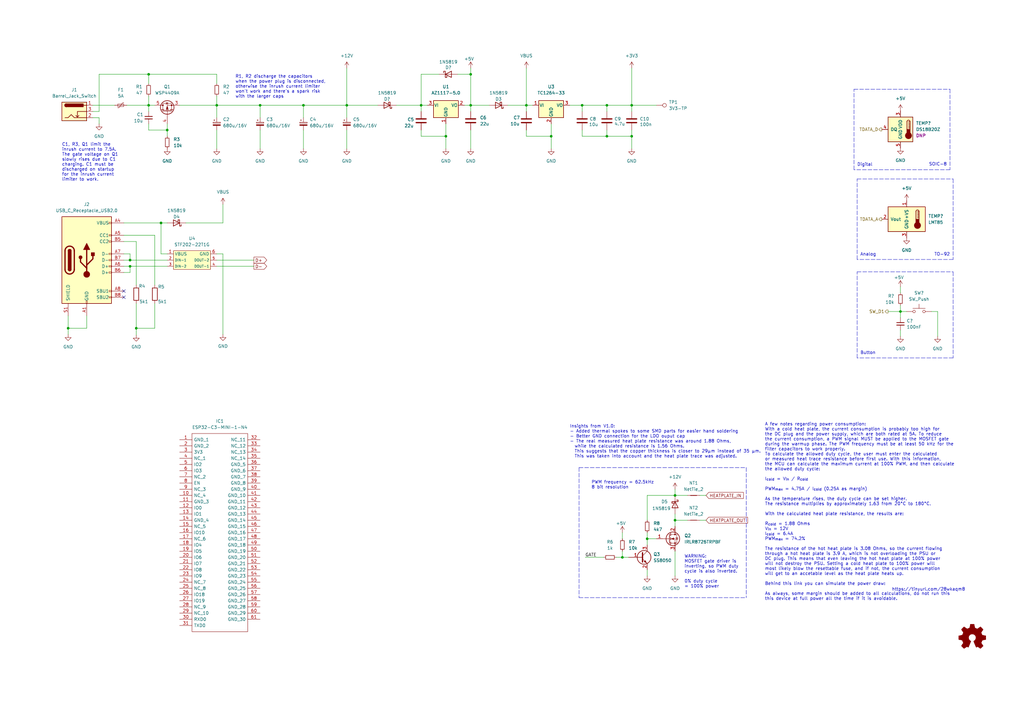
<source format=kicad_sch>
(kicad_sch (version 20211123) (generator eeschema)
  (paper "A3")
  (title_block (title "reflow solder plate") (date "2022-03-18") (rev "1.1"))
  (lib_symbols
    (symbol "Connector:Barrel_Jack_Switch" (pin_names hide)
      (property "Reference" "J" (at 0 5.334 0))
      (property "Value" "Barrel_Jack_Switch" (at 0 -5.08 0))
      (symbol "Barrel_Jack_Switch_1_1"
        (pin passive line (at 7.62 2.54 180) (length 2.54) (name "~") (number "1"))
        (pin passive line (at 7.62 -2.54 180) (length 2.54) (name "~") (number "2"))
        (pin passive line (at 7.62 0 180) (length 2.54) (name "~") (number "3"))
      )
    )
    (symbol "Connector:TestPoint" (pin_numbers hide) (pin_names (offset 0.762) hide)
      (property "Reference" "TP" (at 0 6.858 0))
      (property "Value" "TestPoint" (at 0 5.08 0))
      (symbol "TestPoint_1_1"
        (pin passive line (at 0 0 90) (length 2.54) (name "1") (number "1"))
      )
    )
    (symbol "Connector:USB_C_Receptacle_USB2.0" (pin_names (offset 1.016))
      (property "Reference" "J" (at -10.16 19.05 0))
      (property "Value" "USB_C_Receptacle_USB2.0" (at 19.05 19.05 0))
      (symbol "USB_C_Receptacle_USB2.0_1_1"
        (pin passive line (at 0 -22.86 90) (length 5.08) (name "GND") (number "A1"))
        (pin passive line (at 0 -22.86 90) (length 5.08) hide (name "GND") (number "A12"))
        (pin passive line (at 15.24 15.24 180) (length 5.08) (name "VBUS") (number "A4"))
        (pin bidirectional line (at 15.24 10.16 180) (length 5.08) (name "CC1") (number "A5"))
        (pin bidirectional line (at 15.24 -2.54 180) (length 5.08) (name "D+") (number "A6"))
        (pin bidirectional line (at 15.24 2.54 180) (length 5.08) (name "D-") (number "A7"))
        (pin bidirectional line (at 15.24 -12.7 180) (length 5.08) (name "SBU1") (number "A8"))
        (pin passive line (at 15.24 15.24 180) (length 5.08) hide (name "VBUS") (number "A9"))
        (pin passive line (at 0 -22.86 90) (length 5.08) hide (name "GND") (number "B1"))
        (pin passive line (at 0 -22.86 90) (length 5.08) hide (name "GND") (number "B12"))
        (pin passive line (at 15.24 15.24 180) (length 5.08) hide (name "VBUS") (number "B4"))
        (pin bidirectional line (at 15.24 7.62 180) (length 5.08) (name "CC2") (number "B5"))
        (pin bidirectional line (at 15.24 -5.08 180) (length 5.08) (name "D+") (number "B6"))
        (pin bidirectional line (at 15.24 0 180) (length 5.08) (name "D-") (number "B7"))
        (pin bidirectional line (at 15.24 -15.24 180) (length 5.08) (name "SBU2") (number "B8"))
        (pin passive line (at 15.24 15.24 180) (length 5.08) hide (name "VBUS") (number "B9"))
        (pin passive line (at -7.62 -22.86 90) (length 5.08) (name "SHIELD") (number "S1"))
      )
    )
    (symbol "Device:C" (pin_numbers hide) (pin_names (offset 0.254))
      (property "Reference" "C" (at 0.635 2.54 0))
      (property "Value" "C" (at 0.635 -2.54 0))
      (symbol "C_1_1"
        (pin passive line (at 0 3.81 270) (length 2.794) (name "~") (number "1"))
        (pin passive line (at 0 -3.81 90) (length 2.794) (name "~") (number "2"))
      )
    )
    (symbol "Device:C_Polarized_Small" (pin_numbers hide) (pin_names (offset 0.254) hide)
      (property "Reference" "C" (at 0.254 1.778 0))
      (property "Value" "C_Polarized_Small" (at 0.254 -2.032 0))
      (symbol "C_Polarized_Small_1_1"
        (pin passive line (at 0 2.54 270) (length 1.8542) (name "~") (number "1"))
        (pin passive line (at 0 -2.54 90) (length 1.8542) (name "~") (number "2"))
      )
    )
    (symbol "Device:C_Small" (pin_numbers hide) (pin_names (offset 0.254) hide)
      (property "Reference" "C" (at 0.254 1.778 0))
      (property "Value" "C_Small" (at 0.254 -2.032 0))
      (symbol "C_Small_1_1"
        (pin passive line (at 0 2.54 270) (length 2.032) (name "~") (number "1"))
        (pin passive line (at 0 -2.54 90) (length 2.032) (name "~") (number "2"))
      )
    )
    (symbol "Device:NetTie_2" (pin_numbers hide) (pin_names (offset 0) hide)
      (property "Reference" "NT" (at 0 1.27 0))
      (property "Value" "NetTie_2" (at 0 -1.27 0))
      (symbol "NetTie_2_1_1"
        (pin passive line (at -2.54 0 0) (length 2.54) (name "1") (number "1"))
        (pin passive line (at 2.54 0 180) (length 2.54) (name "2") (number "2"))
      )
    )
    (symbol "Device:Polyfuse_Small" (pin_numbers hide) (pin_names (offset 0))
      (property "Reference" "F" (at -1.905 0 90))
      (property "Value" "Polyfuse_Small" (at 1.905 0 90))
      (symbol "Polyfuse_Small_1_1"
        (pin passive line (at 0 2.54 270) (length 0.635) (name "~") (number "1"))
        (pin passive line (at 0 -2.54 90) (length 0.635) (name "~") (number "2"))
      )
    )
    (symbol "Device:Q_NMOS_GDS" (pin_names (offset 0) hide)
      (property "Reference" "Q" (at 5.08 1.27 0))
      (property "Value" "Q_NMOS_GDS" (at 5.08 -1.27 0))
      (symbol "Q_NMOS_GDS_1_1"
        (pin input line (at -5.08 0 0) (length 2.54) (name "G") (number "1"))
        (pin passive line (at 2.54 5.08 270) (length 2.54) (name "D") (number "2"))
        (pin passive line (at 2.54 -5.08 90) (length 2.54) (name "S") (number "3"))
      )
    )
    (symbol "Device:Q_NPN_BEC" (pin_names (offset 0) hide)
      (property "Reference" "Q" (at 5.08 1.27 0))
      (property "Value" "Q_NPN_BEC" (at 5.08 -1.27 0))
      (symbol "Q_NPN_BEC_1_1"
        (pin input line (at -5.08 0 0) (length 5.715) (name "B") (number "1"))
        (pin passive line (at 2.54 -5.08 90) (length 2.54) (name "E") (number "2"))
        (pin passive line (at 2.54 5.08 270) (length 2.54) (name "C") (number "3"))
      )
    )
    (symbol "Device:R" (pin_numbers hide) (pin_names (offset 0))
      (property "Reference" "R" (at 2.032 0 90))
      (property "Value" "R" (at 0 0 90))
      (symbol "R_1_1"
        (pin passive line (at 0 3.81 270) (length 1.27) (name "~") (number "1"))
        (pin passive line (at 0 -3.81 90) (length 1.27) (name "~") (number "2"))
      )
    )
    (symbol "Device:R_Small" (pin_numbers hide) (pin_names (offset 0.254) hide)
      (property "Reference" "R" (at 0.762 0.508 0))
      (property "Value" "R_Small" (at 0.762 -1.016 0))
      (symbol "R_Small_1_1"
        (pin passive line (at 0 2.54 270) (length 0.762) (name "~") (number "1"))
        (pin passive line (at 0 -2.54 90) (length 0.762) (name "~") (number "2"))
      )
    )
    (symbol "Diode:1N5819" (pin_numbers hide) (pin_names (offset 1.016) hide)
      (property "Reference" "D3" (at 0.3175 6.35 0))
      (property "Value" "1N5819" (at 0.3175 3.81 0))
      (symbol "1N5819_1_1"
        (pin passive line (at -3.81 0 0) (length 2.54) (name "K") (number "1"))
        (pin passive line (at 3.81 0 180) (length 2.54) (name "A") (number "2"))
      )
    )
    (symbol "ESP32-C3-MINI-1-N4:ESP32-C3-MINI-1-N4" (pin_names (offset 0.762))
      (property "Reference" "IC" (at 29.21 7.62 0))
      (property "Value" "ESP32-C3-MINI-1-N4" (at 29.21 5.08 0))
      (symbol "ESP32-C3-MINI-1-N4_0_0"
        (pin passive line (at 0 0 0) (length 5.08) (name "GND_1") (number "1"))
        (pin passive line (at 0 -22.86 0) (length 5.08) (name "NC_4") (number "10"))
        (pin passive line (at 0 -25.4 0) (length 5.08) (name "GND_3") (number "11"))
        (pin passive line (at 0 -27.94 0) (length 5.08) (name "IO0") (number "12"))
        (pin passive line (at 0 -30.48 0) (length 5.08) (name "IO1") (number "13"))
        (pin passive line (at 0 -33.02 0) (length 5.08) (name "GND_4") (number "14"))
        (pin passive line (at 0 -35.56 0) (length 5.08) (name "NC_5") (number "15"))
        (pin passive line (at 0 -38.1 0) (length 5.08) (name "IO10") (number "16"))
        (pin passive line (at 0 -40.64 0) (length 5.08) (name "NC_6") (number "17"))
        (pin passive line (at 0 -43.18 0) (length 5.08) (name "IO4") (number "18"))
        (pin passive line (at 0 -45.72 0) (length 5.08) (name "IO5") (number "19"))
        (pin passive line (at 0 -2.54 0) (length 5.08) (name "GND_2") (number "2"))
        (pin passive line (at 0 -48.26 0) (length 5.08) (name "IO6") (number "20"))
        (pin passive line (at 0 -50.8 0) (length 5.08) (name "IO7") (number "21"))
        (pin passive line (at 0 -53.34 0) (length 5.08) (name "IO8") (number "22"))
        (pin passive line (at 0 -55.88 0) (length 5.08) (name "IO9") (number "23"))
        (pin passive line (at 0 -58.42 0) (length 5.08) (name "NC_7") (number "24"))
        (pin passive line (at 0 -60.96 0) (length 5.08) (name "NC_8") (number "25"))
        (pin passive line (at 0 -63.5 0) (length 5.08) (name "IO18") (number "26"))
        (pin passive line (at 0 -66.04 0) (length 5.08) (name "IO19") (number "27"))
        (pin passive line (at 0 -68.58 0) (length 5.08) (name "NC_9") (number "28"))
        (pin passive line (at 0 -71.12 0) (length 5.08) (name "NC_10") (number "29"))
        (pin passive line (at 0 -5.08 0) (length 5.08) (name "3V3") (number "3"))
        (pin passive line (at 0 -73.66 0) (length 5.08) (name "RXD0") (number "30"))
        (pin passive line (at 0 -76.2 0) (length 5.08) (name "TXD0") (number "31"))
        (pin passive line (at 33.02 0 180) (length 5.08) (name "NC_11") (number "32"))
        (pin passive line (at 33.02 -2.54 180) (length 5.08) (name "NC_12") (number "33"))
        (pin passive line (at 33.02 -5.08 180) (length 5.08) (name "NC_13") (number "34"))
        (pin passive line (at 33.02 -7.62 180) (length 5.08) (name "NC_14") (number "35"))
        (pin passive line (at 33.02 -10.16 180) (length 5.08) (name "GND_5") (number "36"))
        (pin passive line (at 33.02 -12.7 180) (length 5.08) (name "GND_6") (number "37"))
        (pin passive line (at 33.02 -15.24 180) (length 5.08) (name "GND_7") (number "38"))
        (pin passive line (at 33.02 -17.78 180) (length 5.08) (name "GND_8") (number "39"))
        (pin passive line (at 0 -7.62 0) (length 5.08) (name "NC_1") (number "4"))
        (pin passive line (at 33.02 -20.32 180) (length 5.08) (name "GND_9") (number "40"))
        (pin passive line (at 33.02 -22.86 180) (length 5.08) (name "GND_10") (number "41"))
        (pin passive line (at 33.02 -25.4 180) (length 5.08) (name "GND_11") (number "42"))
        (pin passive line (at 33.02 -27.94 180) (length 5.08) (name "GND_12") (number "43"))
        (pin passive line (at 33.02 -30.48 180) (length 5.08) (name "GND_13") (number "44"))
        (pin passive line (at 33.02 -33.02 180) (length 5.08) (name "GND_14") (number "45"))
        (pin passive line (at 33.02 -35.56 180) (length 5.08) (name "GND_15") (number "46"))
        (pin passive line (at 33.02 -38.1 180) (length 5.08) (name "GND_16") (number "47"))
        (pin passive line (at 33.02 -40.64 180) (length 5.08) (name "GND_17") (number "48"))
        (pin passive line (at 33.02 -43.18 180) (length 5.08) (name "GND_18") (number "49"))
        (pin passive line (at 0 -10.16 0) (length 5.08) (name "IO2") (number "5"))
        (pin passive line (at 33.02 -45.72 180) (length 5.08) (name "GND_19") (number "50"))
        (pin passive line (at 33.02 -48.26 180) (length 5.08) (name "GND_20") (number "51"))
        (pin passive line (at 33.02 -50.8 180) (length 5.08) (name "GND_21") (number "52"))
        (pin passive line (at 33.02 -53.34 180) (length 5.08) (name "GND_22") (number "53"))
        (pin passive line (at 33.02 -55.88 180) (length 5.08) (name "GND_23") (number "54"))
        (pin passive line (at 33.02 -58.42 180) (length 5.08) (name "GND_24") (number "55"))
        (pin passive line (at 33.02 -60.96 180) (length 5.08) (name "GND_25") (number "56"))
        (pin passive line (at 33.02 -63.5 180) (length 5.08) (name "GND_26") (number "57"))
        (pin passive line (at 33.02 -66.04 180) (length 5.08) (name "GND_27") (number "58"))
        (pin passive line (at 33.02 -68.58 180) (length 5.08) (name "GND_28") (number "59"))
        (pin passive line (at 0 -12.7 0) (length 5.08) (name "IO3") (number "6"))
        (pin passive line (at 33.02 -71.12 180) (length 5.08) (name "GND_29") (number "60"))
        (pin passive line (at 33.02 -73.66 180) (length 5.08) (name "GND_30") (number "61"))
        (pin passive line (at 0 -15.24 0) (length 5.08) (name "NC_2") (number "7"))
        (pin passive line (at 0 -17.78 0) (length 5.08) (name "EN") (number "8"))
        (pin passive line (at 0 -20.32 0) (length 5.08) (name "NC_3") (number "9"))
      )
    )
    (symbol "Graphic:Logo_Open_Hardware_Small" (pin_names (offset 1.016)))
    (symbol "Power_Protection:STF202-22T1G"
      (property "Reference" "U" (at 0 8.89 0))
      (property "Value" "STF202-22T1G" (at 0 6.35 0))
      (symbol "STF202-22T1G_1_1"
        (pin input line (at -10.16 2.54 0) (length 2.54) (name "VBUS") (number "1"))
        (pin input line (at -10.16 0 0) (length 2.54) (name "DIN-1") (number "2"))
        (pin input line (at -10.16 -2.54 0) (length 2.54) (name "DIN-2") (number "3"))
        (pin output line (at 10.16 -2.54 180) (length 2.54) (name "DOUT-1") (number "4"))
        (pin output line (at 10.16 0 180) (length 2.54) (name "DOUT-2") (number "5"))
        (pin output line (at 10.16 2.54 180) (length 2.54) (name "GND") (number "6"))
      )
    )
    (symbol "Regulator_Linear:AZ1117-5.0" (pin_names (offset 0.254))
      (property "Reference" "U" (at -3.81 3.175 0))
      (property "Value" "AZ1117-5.0" (at 0 3.175 0))
      (symbol "AZ1117-5.0_1_1"
        (pin power_in line (at 0 -7.62 90) (length 2.54) (name "GND") (number "1"))
        (pin power_out line (at 7.62 0 180) (length 2.54) (name "VO") (number "2"))
        (pin power_in line (at -7.62 0 0) (length 2.54) (name "VI") (number "3"))
      )
    )
    (symbol "Regulator_Linear:TC1262-33" (pin_names (offset 0.254))
      (property "Reference" "U" (at -3.81 3.175 0))
      (property "Value" "TC1262-33" (at 0 3.175 0))
      (symbol "TC1262-33_1_1"
        (pin power_in line (at -7.62 0 0) (length 2.54) (name "VI") (number "1"))
        (pin power_in line (at 0 -7.62 90) (length 2.54) (name "GND") (number "2"))
        (pin power_out line (at 7.62 0 180) (length 2.54) (name "VO") (number "3"))
      )
    )
    (symbol "Sensor_Temperature:DS18B20Z" (pin_names (offset 1.016))
      (property "Reference" "U" (at -3.81 6.35 0))
      (property "Value" "DS18B20Z" (at 5.08 6.35 0))
      (symbol "DS18B20Z_1_1"
        (pin no_connect line (at -7.62 2.54 0) (length 2.54) hide (name "NC") (number "1"))
        (pin no_connect line (at -7.62 0 0) (length 2.54) hide (name "NC") (number "2"))
        (pin power_in line (at 0 7.62 270) (length 2.54) (name "VDD") (number "3"))
        (pin bidirectional line (at 7.62 0 180) (length 2.54) (name "DQ") (number "4"))
        (pin power_in line (at 0 -7.62 90) (length 2.54) (name "GND") (number "5"))
        (pin no_connect line (at -7.62 -2.54 0) (length 2.54) hide (name "NC") (number "6"))
        (pin no_connect line (at 7.62 2.54 180) (length 2.54) hide (name "NC") (number "7"))
        (pin no_connect line (at 7.62 -2.54 180) (length 2.54) hide (name "NC") (number "8"))
      )
    )
    (symbol "Sensor_Temperature:LM35-LP" (pin_names (offset 1.016))
      (property "Reference" "U" (at -6.35 6.35 0))
      (property "Value" "LM35-LP" (at 1.27 6.35 0))
      (symbol "LM35-LP_1_1"
        (pin power_in line (at 0 7.62 270) (length 2.54) (name "+VS") (number "1"))
        (pin output line (at 10.16 0 180) (length 2.54) (name "Vout") (number "2"))
        (pin power_in line (at 0 -7.62 90) (length 2.54) (name "GND") (number "3"))
      )
    )
    (symbol "Switch:SW_Push" (pin_numbers hide) (pin_names (offset 1.016) hide)
      (property "Reference" "SW" (at 1.27 2.54 0))
      (property "Value" "SW_Push" (at 0 -1.524 0))
      (symbol "SW_Push_0_1"
        (pin passive line (at -5.08 0 0) (length 2.54) (name "1") (number "1"))
        (pin passive line (at 5.08 0 180) (length 2.54) (name "2") (number "2"))
      )
    )
    (symbol "User:Q_PMOS_SSSGDDDD" (pin_names (offset 0) hide)
      (property "Reference" "Q" (at 5.08 1.27 0))
      (property "Value" "Q_PMOS_SSSGDDDD" (at 5.08 -1.27 0))
      (symbol "Q_PMOS_SSSGDDDD_1_1"
        (pin passive line (at 2.54 -5.08 90) (length 2.54) hide (name "S") (number "1"))
        (pin passive line (at 2.54 -5.08 90) (length 2.54) hide (name "S") (number "2"))
        (pin passive line (at 2.54 -5.08 90) (length 2.54) (name "S") (number "3"))
        (pin input line (at -5.08 0 0) (length 2.54) (name "G") (number "4"))
        (pin passive line (at 2.54 5.08 270) (length 2.54) (name "D") (number "5"))
        (pin passive line (at 2.54 5.08 270) (length 2.54) hide (name "D") (number "6"))
        (pin passive line (at 2.54 5.08 270) (length 2.54) hide (name "D") (number "7"))
        (pin passive line (at 2.54 5.08 270) (length 2.54) hide (name "D") (number "8"))
      )
    )
    (symbol "power:+12V" (power) (pin_names (offset 0))
      (property "Value" "+12V" (at 0 3.556 0))
      (symbol "+12V_1_1"
        (pin power_in line (at 0 0 90) (length 0) hide (name "+12V") (number "1"))
      )
    )
    (symbol "power:+3V3" (power) (pin_names (offset 0))
      (property "Value" "+3V3" (at 0 3.556 0))
      (symbol "+3V3_1_1"
        (pin power_in line (at 0 0 90) (length 0) hide (name "+3V3") (number "1"))
      )
    )
    (symbol "power:+5V" (power) (pin_names (offset 0))
      (property "Value" "+5V" (at 0 3.556 0))
      (symbol "+5V_1_1"
        (pin power_in line (at 0 0 90) (length 0) hide (name "+5V") (number "1"))
      )
    )
    (symbol "power:GND" (power) (pin_names (offset 0))
      (property "Value" "GND" (at 0 -3.81 0))
      (symbol "GND_1_1"
        (pin power_in line (at 0 0 270) (length 0) hide (name "GND") (number "1"))
      )
    )
    (symbol "power:VBUS" (power) (pin_names (offset 0))
      (property "Value" "VBUS" (at 0 3.81 0))
      (symbol "VBUS_1_1"
        (pin power_in line (at 0 0 90) (length 0) hide (name "VBUS") (number "1"))
      )
    )
  )
  (junction (at 248.92 43.18))
  (junction (at 172.72 43.18))
  (junction (at 88.9 43.18))
  (junction (at 66.04 91.44))
  (junction (at 55.88 134.62))
  (junction (at 27.94 134.62))
  (junction (at 276.86 213.36))
  (junction (at 60.96 43.18))
  (junction (at 215.9 43.18))
  (junction (at 226.06 55.88))
  (junction (at 238.76 43.18))
  (junction (at 193.04 43.18))
  (junction (at 182.88 55.88))
  (junction (at 255.27 228.6))
  (junction (at 53.34 109.22))
  (junction (at 248.92 55.88))
  (junction (at 68.58 53.34))
  (junction (at 106.68 43.18))
  (junction (at 193.04 30.48))
  (junction (at 259.08 55.88))
  (junction (at 142.24 43.18))
  (junction (at 259.08 43.18))
  (junction (at 53.34 106.68))
  (junction (at 124.46 43.18))
  (junction (at 369.316 127.762))
  (junction (at 60.96 30.48))
  (junction (at 276.86 203.2))
  (junction (at 265.43 220.98))
  (no_connect (at 50.8 119.38))
  (no_connect (at 50.8 121.92))
  (wire (pts (xy 68.58 50.8) (xy 68.58 53.34)))
  (wire (pts (xy 60.96 30.48) (xy 60.96 34.29)))
  (wire (pts (xy 276.86 210.82) (xy 276.86 213.36)))
  (wire (pts (xy 124.46 43.18) (xy 142.24 43.18)))
  (wire (pts (xy 215.9 53.34) (xy 215.9 55.88)))
  (wire (pts (xy 60.96 50.8) (xy 60.96 53.34)))
  (wire (pts (xy 384.556 127.762) (xy 382.016 127.762)))
  (polyline (pts (xy 390.906 73.406) (xy 390.906 106.426)))
  (wire (pts (xy 276.86 203.2) (xy 281.94 203.2)))
  (wire (pts (xy 384.556 127.762) (xy 384.556 137.922)))
  (wire (pts (xy 63.5 116.84) (xy 63.5 96.52)))
  (polyline (pts (xy 237.49 191.77) (xy 237.49 245.11)))
  (wire (pts (xy 187.706 30.48) (xy 193.04 30.48)))
  (wire (pts (xy 106.68 43.18) (xy 124.46 43.18)))
  (wire (pts (xy 76.2 91.44) (xy 91.44 91.44)))
  (polyline (pts (xy 389.636 69.596) (xy 350.266 69.596)))
  (wire (pts (xy 248.92 53.34) (xy 248.92 55.88)))
  (wire (pts (xy 63.5 43.18) (xy 60.96 43.18)))
  (wire (pts (xy 50.8 109.22) (xy 53.34 109.22)))
  (wire (pts (xy 248.92 43.18) (xy 259.08 43.18)))
  (wire (pts (xy 265.43 213.36) (xy 265.43 203.2)))
  (wire (pts (xy 142.24 43.18) (xy 154.94 43.18)))
  (wire (pts (xy 238.76 43.18) (xy 238.76 45.72)))
  (wire (pts (xy 193.04 53.34) (xy 193.04 60.96)))
  (wire (pts (xy 52.07 43.18) (xy 60.96 43.18)))
  (wire (pts (xy 50.8 96.52) (xy 63.5 96.52)))
  (wire (pts (xy 55.88 124.46) (xy 55.88 134.62)))
  (wire (pts (xy 193.04 45.72) (xy 193.04 43.18)))
  (wire (pts (xy 50.8 91.44) (xy 66.04 91.44)))
  (wire (pts (xy 276.86 213.36) (xy 276.86 215.9)))
  (wire (pts (xy 226.06 55.88) (xy 226.06 60.96)))
  (wire (pts (xy 53.34 106.68) (xy 53.34 104.14)))
  (wire (pts (xy 369.316 137.922) (xy 369.316 135.382)))
  (wire (pts (xy 88.9 39.37) (xy 88.9 43.18)))
  (polyline (pts (xy 237.49 245.11) (xy 306.07 245.11)))
  (wire (pts (xy 255.27 226.06) (xy 255.27 228.6)))
  (wire (pts (xy 55.88 134.62) (xy 63.5 134.62)))
  (wire (pts (xy 68.58 53.34) (xy 68.58 55.88)))
  (wire (pts (xy 60.96 39.37) (xy 60.96 43.18)))
  (wire (pts (xy 50.8 99.06) (xy 55.88 99.06)))
  (wire (pts (xy 38.1 43.18) (xy 46.99 43.18)))
  (wire (pts (xy 215.9 55.88) (xy 226.06 55.88)))
  (wire (pts (xy 172.72 43.18) (xy 172.72 45.72)))
  (wire (pts (xy 193.04 43.18) (xy 190.5 43.18)))
  (wire (pts (xy 233.68 43.18) (xy 238.76 43.18)))
  (wire (pts (xy 106.68 53.34) (xy 106.68 60.96)))
  (wire (pts (xy 265.43 218.44) (xy 265.43 220.98)))
  (wire (pts (xy 27.94 129.54) (xy 27.94 134.62)))
  (wire (pts (xy 265.43 203.2) (xy 276.86 203.2)))
  (wire (pts (xy 66.04 104.14) (xy 66.04 91.44)))
  (wire (pts (xy 215.9 43.18) (xy 218.44 43.18)))
  (wire (pts (xy 27.94 134.62) (xy 35.56 134.62)))
  (wire (pts (xy 238.76 43.18) (xy 248.92 43.18)))
  (polyline (pts (xy 390.906 106.426) (xy 351.536 106.426)))
  (wire (pts (xy 371.856 127.762) (xy 369.316 127.762)))
  (wire (pts (xy 50.8 106.68) (xy 53.34 106.68)))
  (wire (pts (xy 259.08 53.34) (xy 259.08 55.88)))
  (wire (pts (xy 172.72 53.34) (xy 172.72 55.88)))
  (wire (pts (xy 287.02 203.2) (xy 289.56 203.2)))
  (wire (pts (xy 91.44 104.14) (xy 91.44 137.16)))
  (wire (pts (xy 238.76 55.88) (xy 248.92 55.88)))
  (wire (pts (xy 259.08 43.18) (xy 269.24 43.18)))
  (wire (pts (xy 55.88 134.62) (xy 55.88 137.414)))
  (wire (pts (xy 27.94 134.62) (xy 27.94 137.16)))
  (polyline (pts (xy 350.266 69.596) (xy 350.266 36.576)))
  (wire (pts (xy 53.34 106.68) (xy 68.58 106.68)))
  (wire (pts (xy 265.43 220.98) (xy 265.43 223.52)))
  (wire (pts (xy 289.56 213.36) (xy 287.02 213.36)))
  (wire (pts (xy 63.5 134.62) (xy 63.5 124.46)))
  (polyline (pts (xy 351.536 73.406) (xy 390.906 73.406)))
  (polyline (pts (xy 306.07 191.77) (xy 306.07 245.11)))
  (wire (pts (xy 91.44 83.82) (xy 91.44 91.44)))
  (wire (pts (xy 50.8 111.76) (xy 53.34 111.76)))
  (wire (pts (xy 88.9 104.14) (xy 91.44 104.14)))
  (wire (pts (xy 255.27 228.6) (xy 257.81 228.6)))
  (wire (pts (xy 106.68 43.18) (xy 106.68 48.26)))
  (wire (pts (xy 68.58 104.14) (xy 66.04 104.14)))
  (wire (pts (xy 175.26 43.18) (xy 172.72 43.18)))
  (wire (pts (xy 215.9 27.94) (xy 215.9 43.18)))
  (wire (pts (xy 172.72 55.88) (xy 182.88 55.88)))
  (wire (pts (xy 73.66 43.18) (xy 88.9 43.18)))
  (polyline (pts (xy 350.266 36.576) (xy 389.636 36.576)))
  (wire (pts (xy 265.43 233.68) (xy 265.43 236.22)))
  (wire (pts (xy 60.96 30.48) (xy 88.9 30.48)))
  (wire (pts (xy 265.43 220.98) (xy 269.24 220.98)))
  (wire (pts (xy 193.04 30.48) (xy 193.04 43.18)))
  (wire (pts (xy 40.64 48.26) (xy 40.64 50.8)))
  (wire (pts (xy 259.08 55.88) (xy 259.08 60.96)))
  (wire (pts (xy 172.72 30.48) (xy 180.086 30.48)))
  (wire (pts (xy 88.9 43.18) (xy 88.9 48.26)))
  (wire (pts (xy 40.64 30.48) (xy 40.64 45.72)))
  (wire (pts (xy 252.73 228.6) (xy 255.27 228.6)))
  (wire (pts (xy 369.316 127.762) (xy 369.316 130.302)))
  (wire (pts (xy 124.46 43.18) (xy 124.46 48.26)))
  (wire (pts (xy 255.27 218.44) (xy 255.27 220.98)))
  (wire (pts (xy 182.88 50.8) (xy 182.88 55.88)))
  (wire (pts (xy 66.04 91.44) (xy 68.58 91.44)))
  (wire (pts (xy 364.236 127.762) (xy 369.316 127.762)))
  (wire (pts (xy 162.56 43.18) (xy 172.72 43.18)))
  (wire (pts (xy 88.9 106.68) (xy 104.14 106.68)))
  (wire (pts (xy 240.03 228.6) (xy 247.65 228.6)))
  (wire (pts (xy 53.34 109.22) (xy 68.58 109.22)))
  (wire (pts (xy 142.24 27.94) (xy 142.24 43.18)))
  (wire (pts (xy 88.9 53.34) (xy 88.9 60.96)))
  (wire (pts (xy 259.08 45.72) (xy 259.08 43.18)))
  (wire (pts (xy 276.86 200.66) (xy 276.86 203.2)))
  (wire (pts (xy 276.86 213.36) (xy 281.94 213.36)))
  (polyline (pts (xy 351.536 106.426) (xy 351.536 73.406)))
  (wire (pts (xy 215.9 43.18) (xy 215.9 45.72)))
  (wire (pts (xy 55.88 99.06) (xy 55.88 116.84)))
  (polyline (pts (xy 389.636 36.576) (xy 389.636 69.596)))
  (wire (pts (xy 124.46 53.34) (xy 124.46 60.96)))
  (wire (pts (xy 193.04 27.94) (xy 193.04 30.48)))
  (wire (pts (xy 35.56 134.62) (xy 35.56 129.54)))
  (wire (pts (xy 88.9 30.48) (xy 88.9 34.29)))
  (wire (pts (xy 38.1 48.26) (xy 40.64 48.26)))
  (wire (pts (xy 248.92 43.18) (xy 248.92 45.72)))
  (wire (pts (xy 208.28 43.18) (xy 215.9 43.18)))
  (wire (pts (xy 53.34 104.14) (xy 50.8 104.14)))
  (polyline (pts (xy 351.536 111.506) (xy 390.906 111.506)))
  (wire (pts (xy 259.08 27.94) (xy 259.08 43.18)))
  (wire (pts (xy 193.04 43.18) (xy 200.66 43.18)))
  (wire (pts (xy 38.1 45.72) (xy 40.64 45.72)))
  (wire (pts (xy 53.34 111.76) (xy 53.34 109.22)))
  (wire (pts (xy 182.88 55.88) (xy 182.88 60.96)))
  (wire (pts (xy 238.76 53.34) (xy 238.76 55.88)))
  (wire (pts (xy 142.24 43.18) (xy 142.24 48.26)))
  (wire (pts (xy 40.64 30.48) (xy 60.96 30.48)))
  (polyline (pts (xy 390.906 146.812) (xy 351.536 146.812)))
  (wire (pts (xy 226.06 50.8) (xy 226.06 55.88)))
  (wire (pts (xy 172.72 30.48) (xy 172.72 43.18)))
  (polyline (pts (xy 390.906 111.506) (xy 390.906 146.812)))
  (wire (pts (xy 88.9 109.22) (xy 104.14 109.22)))
  (polyline (pts (xy 351.536 146.812) (xy 351.536 111.506)))
  (wire (pts (xy 276.86 226.06) (xy 276.86 236.22)))
  (wire (pts (xy 60.96 53.34) (xy 68.58 53.34)))
  (wire (pts (xy 369.316 125.222) (xy 369.316 127.762)))
  (wire (pts (xy 248.92 55.88) (xy 259.08 55.88)))
  (polyline (pts (xy 237.49 191.77) (xy 306.07 191.77)))
  (wire (pts (xy 88.9 43.18) (xy 106.68 43.18)))
  (wire (pts (xy 60.96 43.18) (xy 60.96 45.72)))
  (wire (pts (xy 142.24 53.34) (xy 142.24 60.96)))
  (wire (pts (xy 369.316 117.602) (xy 369.316 120.142)))
  (text "TO-92" (at 389.636 105.156 180) (effects (font (size 1.27 1.27)) (justify right bottom)))
  (text "C1, R3, Q1 limit the \ninrush current to 7.5A.\nThe gate voltage on Q1\nslowly rises due to C1\ncharging. C1 must be\ndischarged on startup\nfor the inrush current\nlimiter to work." (at 25.4 74.422 0) (effects (font (size 1.27 1.27)) (justify left bottom)))
  (text "Digital" (at 351.536 68.326 0) (effects (font (size 1.27 1.27)) (justify left bottom)))
  (text "PWM frequency = 62.5kHz\n8 bit resolution" (at 242.57 200.66 0) (effects (font (size 1.27 1.27)) (justify left bottom)))
  (text "Analog" (at 352.806 105.156 0) (effects (font (size 1.27 1.27)) (justify left bottom)))
  (text "A few notes regarding power consumption:\nWith a cold heat plate, the current consumption is probably too high for\nthe DC plug and the power supply, which are both rated at 5A. To reduce\nthe current consumption, a PWM signal MUST be applied to the MOSFET gate\nduring the warmup phase. The PWM frequency must be at least 50 kHz for the\nfilter capacitors to work properly.\nTo calculate the allowed duty cycle, the user must enter the calculated \nor measured heat trace resistance before first use. With this information,\nthe MCU can calculate the maximum current at 100% PWM, and then calculate\nthe allowed duty cycle:\n\nI_{cold} = V_{in} / R_{cold}\n\nPWM_{max} = 4.75A / I_{cold} (0.25A as margin)\n\nAs the temperature rises, the duty cycle can be set higher.\nThe resistance multiplies by approximately 1.63 from 20°C to 180°C.\n\nWith the calculated heat plate resistance, the results are:\n\nR_{cold} = 1.88 Ohms\nV_{in} = 12V\nI_{cold} = 6.4A\nPWM_{max} = 74.2%\n\nThe resistance of the hot heat plate is 3.08 Ohms, so the current flowing \nthrough a hot heat plate is 3.9 A, which is not overloading the PSU or \nDC plug. This means that even leaving the hot heat plate at 100% power \nwill not destroy the PSU. Setting a cold heat plate to 100% power will\nmost likely blow the resettable fuse, and if not, the current consumption\nwill get to an accetable level as the heat plate heats up.\n\nBehind this link you can simulate the power draw: \n\nAs always, some margin should be added to all calculations, do not run this\nthis device at full power all the time if it is avoidable." (at 313.69 246.38 0) (effects (font (size 1.27 1.27)) (justify left bottom)))
  (text "SOIC-8" (at 388.366 68.2026 180) (effects (font (size 1.27 1.27)) (justify right bottom)))
  (text "WARNING:\nMOSFET gate driver is \ninverting, so PWM duty \ncycle is also inverted.\n\n0% duty cycle \n= 100% power" (at 280.67 241.3 0) (effects (font (size 1.27 1.27)) (justify left bottom)))
  (text "R1, R2 discharge the capacitors\nwhen the power plug is disconnected,\notherwise the inrush current limiter\nwon't work and there's a spark risk\nwith the larger caps" (at 96.52 40.386 0) (effects (font (size 1.27 1.27)) (justify left bottom)))
  (text "https://tinyurl.com/28wkaqm8" (at 365.76 242.57 0) (effects (font (size 1.27 1.27)) (justify left bottom)))
  (text "Button\n" (at 352.806 145.542 0) (effects (font (size 1.27 1.27)) (justify left bottom)))
  (text "Insights from V1.0:\n- Added thermal spokes to some SMD parts for easier hand soldering\n- Better GND connection for the LDO ouput cap\n- The real measured heat plate resistance was around 1.88 Ohms,\n  while the calculated resistance is 1.56 Ohms.\n  This suggests that the copper thickness is closer to 29µm instead of 35 µm.\n  This was taken into account and the heat plate trace was adjusted." (at 233.68 187.96 0) (effects (font (size 1.27 1.27)) (justify left bottom)))
  (label "GATE" (at 240.03 228.6 0))
  (global_label "D-" (shape output) (at 104.14 109.22 0) (property "Intersheet References" "${INTERSHEET_REFS}" (effects hide)))
  (global_label "HEATPLATE_IN" (shape input) (at 289.56 203.2 0) (property "Intersheet References" "${INTERSHEET_REFS}" (effects hide)))
  (global_label "D+" (shape output) (at 104.14 106.68 0) (property "Intersheet References" "${INTERSHEET_REFS}" (effects hide)))
  (global_label "HEATPLATE_OUT" (shape input) (at 289.56 213.36 0) (property "Intersheet References" "${INTERSHEET_REFS}" (effects hide)))
  (hierarchical_label "TDATA_A" (shape output) (at 361.696 89.916 180))
  (hierarchical_label "TDATA_D" (shape output) (at 361.696 53.086 180))
  (hierarchical_label "SW_D1" (shape output) (at 364.236 127.762 180))
  (symbol (lib_id "Device:R_Small") (at 60.96 36.83 0) (unit 1)
    (property "Reference" "R1" (at 58.42 35.5599 0) (effects (justify right)))
    (property "Value" "47" (at 58.42 38.0999 0) (effects (justify right)))
    (property "Footprint" "Resistor_SMD:R_0805_2012Metric" (effects hide))
    (property "LCSC Part Number" "C17714" (effects hide))
    (property "LCSC Part Number Alternative" "C114541" (effects hide))
  )
  (symbol (lib_id "Regulator_Linear:AZ1117-5.0") (at 182.88 43.18 0) (unit 1)
    (property "Reference" "U1" (at 182.88 35.56 0))
    (property "Value" "AZ1117-5.0" (at 182.88 38.1 0))
    (property "Footprint" "Package_TO_SOT_SMD:SOT-223-3_TabPin2" (effects hide))
    (property "Datasheet" "https://www.diodes.com/assets/Datasheets/AZ1117.pdf" (effects hide))
    (property "Mouser.de" "https://www.mouser.de/ProductDetail/Diodes-Incorporated/AZ1117IH-5.0TRG1?qs=cpo3%2FpBou2jpUVbxjr50ag%3D%3D" (effects hide))
  )
  (symbol (lib_id "power:VBUS") (at 215.9 27.94 0) (unit 1)
    (property "Reference" "#PWR?" (effects hide))
    (property "Value" "VBUS" (at 215.9 22.86 0))
  )
  (symbol (lib_id "Connector:USB_C_Receptacle_USB2.0") (at 35.56 106.68 0) (unit 1)
    (property "Reference" "J2" (at 35.56 83.82 0))
    (property "Value" "USB_C_Receptacle_USB2.0" (at 35.56 86.36 0))
    (property "Datasheet" "https://www.usb.org/sites/default/files/documents/usb_type-c.zip" (effects hide))
  )
  (symbol (lib_id "power:GND") (at 88.9 60.96 0) (unit 1)
    (property "Reference" "#PWR0105" (effects hide))
    (property "Value" "GND" (at 88.9 66.04 0))
  )
  (symbol (lib_id "power:GND") (at 55.88 137.414 0) (unit 1)
    (property "Reference" "#PWR?" (effects hide))
    (property "Value" "GND" (at 55.88 142.24 0))
  )
  (symbol (lib_id "power:GND") (at 142.24 60.96 0) (unit 1)
    (property "Reference" "#PWR0108" (effects hide))
    (property "Value" "GND" (at 142.24 66.04 0))
  )
  (symbol (lib_id "Device:C_Small") (at 60.96 48.26 0) (unit 1)
    (property "Reference" "C1" (at 56.134 46.99 0) (effects (justify left)))
    (property "Value" "10u" (at 54.864 49.53 0) (effects (justify left)))
    (property "Footprint" "Capacitor_SMD:C_0805_2012Metric" (effects hide))
    (property "Information" "X5R or higher" (effects hide))
    (property "LCSC Part Number" "C2922480" (effects hide))
    (property "LCSC Part Number Alternative" "C84416" (effects hide))
  )
  (symbol (lib_id "Device:C_Polarized_Small") (at 124.46 50.8 0) (unit 1)
    (property "Reference" "C4" (at 127 48.9838 0) (effects (justify left)))
    (property "Value" "680u/16V" (at 127 51.5238 0) (effects (justify left)))
    (property "Footprint" "Capacitor_THT:CP_Radial_D8.0mm_P3.50mm" (effects hide))
    (property "Information" "ripple current > 1A" (effects hide))
    (property "LCSC Part Number" "C88760" (effects hide))
    (property "LCSC Part Number Alternative" "C124221" (effects hide))
  )
  (symbol (lib_id "Device:C_Small") (at 369.316 132.842 0) (unit 1)
    (property "Reference" "C?" (at 371.856 131.5782 0) (effects (justify left)))
    (property "Value" "100nF" (at 371.856 134.1182 0) (effects (justify left)))
    (property "Footprint" "Capacitor_SMD:C_0805_2012Metric" (effects hide))
    (property "Information" "X7R" (effects hide))
    (property "LCSC Part Number" "C1711" (effects hide))
    (property "LCSC Part Number Alternative" "C49678" (effects hide))
  )
  (symbol (lib_id "User:Q_PMOS_SSSGDDDD") (at 68.58 45.72 90) (unit 1)
    (property "Reference" "Q1" (at 68.58 35.56 90))
    (property "Value" "WSP4409A" (at 68.58 38.1 90))
    (property "Footprint" "Package_SO:SOIC-8_3.9x4.9mm_P1.27mm" (effects hide))
    (property "Information" "PMOS, 30V, 15A, Rds(on) < 10mOhms" (effects hide))
    (property "LCSC Part Number" "C2880527" (effects hide))
    (property "LCSC Part Number Alternative" "C54807" (effects hide))
  )
  (symbol (lib_id "Diode:1N5819") (at 183.896 30.48 0) (unit 1)
    (property "Reference" "D?" (at 183.896 27.686 0))
    (property "Value" "1N5819" (at 183.896 25.4 0))
    (property "Footprint" "Diode_SMD:D_SOD-123F" (effects hide))
    (property "Datasheet" "http://www.vishay.com/docs/88525/1n5817.pdf" (effects hide))
    (property "Mouser.de" "https://www.mouser.de/ProductDetail/Diodes-Incorporated/1N5819HW1-7-F?qs=60RJRzIpcl9ACQG7Zn63jQ%3D%3D" (effects hide))
  )
  (symbol (lib_id "power:GND") (at 193.04 60.96 0) (unit 1)
    (property "Reference" "#PWR?" (effects hide))
    (property "Value" "GND" (at 193.04 66.04 0))
  )
  (symbol (lib_id "Device:C_Polarized_Small") (at 142.24 50.8 0) (unit 1)
    (property "Reference" "C5" (at 144.78 48.9838 0) (effects (justify left)))
    (property "Value" "680u/16V" (at 144.78 51.5238 0) (effects (justify left)))
    (property "Footprint" "Capacitor_THT:CP_Radial_D8.0mm_P3.50mm" (effects hide))
    (property "Information" "ripple current > 1A" (effects hide))
    (property "LCSC Part Number" "C88760" (effects hide))
    (property "LCSC Part Number Alternative" "C124221" (effects hide))
  )
  (symbol (lib_id "power:GND") (at 40.64 50.8 0) (unit 1)
    (property "Reference" "#PWR0103" (effects hide))
    (property "Value" "GND" (at 40.64 55.88 0))
  )
  (symbol (lib_id "Diode:1N5819") (at 276.86 207.01 270) (unit 1)
    (property "Reference" "D5" (at 272.542 205.74 90))
    (property "Value" "1N5819" (at 271.272 208.534 90))
    (property "Footprint" "Diode_SMD:D_SOD-123F" (effects hide))
    (property "Datasheet" "http://www.vishay.com/docs/88525/1n5817.pdf" (effects hide))
    (property "Mouser.de" "https://www.mouser.de/ProductDetail/Diodes-Incorporated/1N5819HW1-7-F?qs=60RJRzIpcl9ACQG7Zn63jQ%3D%3D" (effects hide))
  )
  (symbol (lib_id "power:GND") (at 369.316 137.922 0) (unit 1)
    (property "Reference" "#PWR?" (effects hide))
    (property "Value" "GND" (at 369.316 143.002 0))
  )
  (symbol (lib_id "Device:R_Small") (at 250.19 228.6 90) (unit 1)
    (property "Reference" "R6" (at 250.19 222.25 90))
    (property "Value" "1k" (at 250.19 224.79 90))
    (property "Footprint" "Resistor_SMD:R_0805_2012Metric" (effects hide))
    (property "Information" "1%" (effects hide))
    (property "LCSC Part Number" "C17513" (effects hide))
    (property "LCSC Part Number Alternative" "C95781" (effects hide))
  )
  (symbol (lib_id "power:GND") (at 106.68 60.96 0) (unit 1)
    (property "Reference" "#PWR0106" (effects hide))
    (property "Value" "GND" (at 106.68 66.04 0))
  )
  (symbol (lib_id "Device:R_Small") (at 265.43 215.9 180) (unit 1)
    (property "Reference" "R8" (at 267.97 214.6299 0) (effects (justify right)))
    (property "Value" "4k7" (at 267.97 217.1699 0) (effects (justify right)))
    (property "Footprint" "Resistor_SMD:R_0805_2012Metric" (effects hide))
    (property "LCSC Part Number" "C17673" (effects hide))
    (property "LCSC Part Number Alternative" "C105427" (effects hide))
  )
  (symbol (lib_id "Device:C") (at 215.9 49.53 0) (unit 1)
    (property "Reference" "C7" (at 210.566 48.26 0) (effects (justify left)))
    (property "Value" "10u" (at 209.296 50.8 0) (effects (justify left)))
    (property "Footprint" "Capacitor_SMD:C_0603_1608Metric" (effects hide))
  )
  (symbol (lib_id "Sensor_Temperature:DS18B20Z") (at 369.316 53.086 0) (mirror y) (unit 1)
    (property "Reference" "TEMP?" (at 375.666 50.5459 0) (effects (justify right)))
    (property "Value" "DS18B20Z" (at 375.666 53.0859 0) (effects (justify right)))
    (property "Footprint" "Package_SO:SOIC-8_3.9x4.9mm_P1.27mm" (effects hide))
    (property "LCSC Part Number" "C695837" (effects hide))
    (property "LCSC Part Number Alternative" "C97190" (effects hide))
    (property "Assembly" "DNP" (at 375.666 55.6259 0) (effects (justify right)))
    (property "Information" "DNP" (effects hide))
    (property "Mouser.de" "https://www.mouser.de/ProductDetail/Maxim-Integrated/DS18B20Z%2bTR?qs=sGAEpiMZZMunegBHAOsZD9tZbilRObDlegd1zySFkn8%3D" (effects hide))
  )
  (symbol (lib_id "power:GND") (at 182.88 60.96 0) (unit 1)
    (property "Reference" "#PWR?" (effects hide))
    (property "Value" "GND" (at 182.88 66.04 0))
  )
  (symbol (lib_id "Regulator_Linear:TC1262-33") (at 226.06 43.18 0) (unit 1)
    (property "Reference" "U3" (at 226.06 35.56 0))
    (property "Value" "TC1264-33" (at 226.06 38.1 0))
    (property "Footprint" "Package_TO_SOT_SMD:SOT-223-3_TabPin2" (effects hide))
    (property "Datasheet" "http://ww1.microchip.com/downloads/en/DeviceDoc/21373C.pdf" (effects hide))
    (property "Mouser.de" "https://www.mouser.de/ProductDetail/Microchip-Technology-Atmel/TC1264-3.3VDBTR?qs=EkZBwCRGcSs72PT5fOeaFg%3D%3D" (effects hide))
  )
  (symbol (lib_id "Device:R_Small") (at 68.58 58.42 0) (unit 1)
    (property "Reference" "R3" (at 71.12 57.1499 0) (effects (justify left)))
    (property "Value" "10k" (at 71.12 59.6899 0) (effects (justify left)))
    (property "Footprint" "Resistor_SMD:R_0805_2012Metric" (effects hide))
    (property "Information" "1%" (effects hide))
    (property "LCSC Part Number" "C17414" (effects hide))
    (property "LCSC Part Number Alternative" "C84376" (effects hide))
  )
  (symbol (lib_id "Device:C") (at 193.04 49.53 0) (unit 1)
    (property "Reference" "C6" (at 196.85 48.2599 0) (effects (justify left)))
    (property "Value" "22u" (at 196.85 50.7999 0) (effects (justify left)))
    (property "Footprint" "Capacitor_SMD:C_0603_1608Metric" (effects hide))
  )
  (symbol (lib_id "Device:Polyfuse_Small") (at 49.53 43.18 90) (unit 1)
    (property "Reference" "F1" (at 49.53 36.83 90))
    (property "Value" "5A" (at 49.53 39.37 90))
    (property "Footprint" "Fuse:Fuse_2920_7451Metric" (effects hide))
    (property "Information" "alt part costs more, but can be assembled by JLCPCB" (effects hide))
    (property "LCSC Part Number" "C910846" (effects hide))
    (property "LCSC Part Number Alternative" "C108585" (effects hide))
  )
  (symbol (lib_id "Device:R_Small") (at 369.316 122.682 180) (unit 1)
    (property "Reference" "R?" (at 366.776 121.4119 0) (effects (justify left)))
    (property "Value" "10k" (at 366.776 123.9519 0) (effects (justify left)))
    (property "Footprint" "Resistor_SMD:R_0805_2012Metric" (effects hide))
    (property "Information" "1%" (effects hide))
    (property "LCSC Part Number" "C17414" (effects hide))
    (property "LCSC Part Number Alternative" "C84376" (effects hide))
  )
  (symbol (lib_id "power:VBUS") (at 91.44 83.82 0) (unit 1)
    (property "Reference" "#PWR?" (effects hide))
    (property "Value" "VBUS" (at 91.44 78.74 0))
  )
  (symbol (lib_id "Device:R_Small") (at 88.9 36.83 0) (unit 1)
    (property "Reference" "R2" (at 91.44 35.5599 0) (effects (justify left)))
    (property "Value" "47" (at 91.44 38.0999 0) (effects (justify left)))
    (property "Footprint" "Resistor_SMD:R_0805_2012Metric" (effects hide))
    (property "LCSC Part Number" "C17714" (effects hide))
    (property "LCSC Part Number Alternative" "C114541" (effects hide))
  )
  (symbol (lib_id "power:GND") (at 371.856 97.536 0) (unit 1)
    (property "Reference" "#PWR?" (effects hide))
    (property "Value" "GND" (at 371.856 102.616 0))
  )
  (symbol (lib_id "Diode:1N5819") (at 72.39 91.44 180) (unit 1)
    (property "Reference" "D4" (at 72.39 88.9 0))
    (property "Value" "1N5819" (at 72.39 86.36 0))
    (property "Footprint" "Diode_SMD:D_SOD-123F" (effects hide))
    (property "Datasheet" "http://www.vishay.com/docs/88525/1n5817.pdf" (effects hide))
    (property "Mouser.de" "https://www.mouser.de/ProductDetail/Diodes-Incorporated/1N5819HW1-7-F?qs=60RJRzIpcl9ACQG7Zn63jQ%3D%3D" (effects hide))
  )
  (symbol (lib_id "Device:C_Polarized_Small") (at 88.9 50.8 0) (unit 1)
    (property "Reference" "C2" (at 91.44 48.9838 0) (effects (justify left)))
    (property "Value" "680u/16V" (at 91.44 51.5238 0) (effects (justify left)))
    (property "Footprint" "Capacitor_THT:CP_Radial_D8.0mm_P3.50mm" (effects hide))
    (property "Information" "ripple current > 1A" (effects hide))
    (property "LCSC Part Number" "C88760" (effects hide))
    (property "LCSC Part Number Alternative" "C124221" (effects hide))
  )
  (symbol (lib_id "power:+5V") (at 369.316 45.466 0) (unit 1)
    (property "Reference" "#PWR?" (effects hide))
    (property "Value" "+5V" (at 369.316 40.386 0))
  )
  (symbol (lib_id "power:GND") (at 384.556 137.922 0) (unit 1)
    (property "Reference" "#PWR?" (effects hide))
    (property "Value" "GND" (at 384.556 143.002 0))
  )
  (symbol (lib_id "power:GND") (at 91.44 137.16 0) (unit 1)
    (property "Reference" "#PWR?" (effects hide))
    (property "Value" "GND" (at 91.44 141.986 0))
  )
  (symbol (lib_id "power:+12V") (at 276.86 200.66 0) (unit 1)
    (property "Reference" "#PWR?" (effects hide))
    (property "Value" "+12V" (at 276.86 195.58 0))
  )
  (symbol (lib_id "Device:Q_NPN_BEC") (at 262.89 228.6 0) (unit 1)
    (property "Reference" "Q3" (at 267.97 227.3299 0) (effects (justify left)))
    (property "Value" "SS8050" (at 267.97 229.8699 0) (effects (justify left)))
    (property "Footprint" "Package_TO_SOT_SMD:SOT-23" (effects hide))
    (property "LCSC Part Number" "C444722" (effects hide))
    (property "LCSC Part Number Alternative" "C2150" (effects hide))
  )
  (symbol (lib_id "Sensor_Temperature:LM35-LP") (at 371.856 89.916 0) (mirror y) (unit 1)
    (property "Reference" "TEMP?" (at 380.746 88.6459 0) (effects (justify right)))
    (property "Value" "LMT85" (at 380.746 91.1859 0) (effects (justify right)))
    (property "Footprint" "Package_TO_SOT_THT:TO-92_Inline" (effects hide))
    (property "LCSC Part Number" "C75856" (effects hide))
  )
  (symbol (lib_id "power:+3V3") (at 259.08 27.94 0) (unit 1)
    (property "Reference" "#PWR?" (effects hide))
    (property "Value" "+3V3" (at 259.08 22.86 0))
  )
  (symbol (lib_id "Device:R_Small") (at 255.27 223.52 180) (unit 1)
    (property "Reference" "R7" (at 257.81 222.2499 0) (effects (justify right)))
    (property "Value" "10k" (at 257.81 224.7899 0) (effects (justify right)))
    (property "Footprint" "Resistor_SMD:R_0805_2012Metric" (effects hide))
    (property "Information" "1%" (effects hide))
    (property "LCSC Part Number" "C17414" (effects hide))
    (property "LCSC Part Number Alternative" "C84376" (effects hide))
  )
  (symbol (lib_id "Graphic:Logo_Open_Hardware_Small") (at 398.78 261.62 0) (unit 1) (in_bom no)
    (property "Reference" "LOGO1" (effects hide))
    (property "Value" "Logo_Open_Hardware_Small" (effects hide))
    (property "Footprint" "Symbol:OSHW-Logo2_7.3x6mm_SilkScreen" (effects hide))
  )
  (symbol (lib_id "power:GND") (at 265.43 236.22 0) (unit 1)
    (property "Reference" "#PWR0133" (effects hide))
    (property "Value" "GND" (at 265.43 241.3 0))
  )
  (symbol (lib_id "power:+5V") (at 255.27 218.44 0) (unit 1)
    (property "Reference" "#PWR0131" (effects hide))
    (property "Value" "+5V" (at 254.635 214.63 0))
  )
  (symbol (lib_id "power:+5V") (at 369.316 117.602 0) (unit 1)
    (property "Reference" "#PWR?" (effects hide))
    (property "Value" "+5V" (at 368.681 113.792 0))
  )
  (symbol (lib_id "ESP32-C3-MINI-1-N4:ESP32-C3-MINI-1-N4") (at 73.66 180.34 0) (unit 1)
    (property "Reference" "IC1" (at 90.17 172.72 0))
    (property "Value" "ESP32-C3-MINI-1-N4" (at 90.17 175.26 0))
    (property "Footprint" "ESP32C3MINI1N4" (effects hide))
    (property "Datasheet" "https://www.mouser.com/datasheet/2/891/Espressif_ESP32_C3_MINI_1_Datasheet-2006822.pdf" (effects hide))
    (property "Description" "SMD MODULE, ESP32-C3FN4, PCB ANT" (effects hide))
    (property "Height" "2.55" (effects hide))
    (property "Manufacturer_Name" "Espressif Systems" (effects hide))
    (property "Manufacturer_Part_Number" "ESP32-C3-MINI-1-N4" (effects hide))
    (property "Mouser Part Number" "356-ESP32-C3-MINI1N4" (effects hide))
    (property "Mouser Price/Stock" "https://www.mouser.co.uk/ProductDetail/Espressif-Systems/ESP32-C3-MINI-1-N4?qs=stqOd1AaK7%252B%2FpH3qqyGehA%3D%3D" (effects hide))
  )
  (symbol (lib_id "power:GND") (at 259.08 60.96 0) (unit 1)
    (property "Reference" "#PWR?" (effects hide))
    (property "Value" "GND" (at 259.08 66.04 0))
  )
  (symbol (lib_id "Diode:1N5819") (at 158.75 43.18 180) (unit 1)
    (property "Reference" "D?" (at 158.75 40.64 0))
    (property "Value" "1N5819" (at 158.75 38.1 0))
    (property "Footprint" "Diode_SMD:D_SOD-123F" (effects hide))
    (property "Datasheet" "http://www.vishay.com/docs/88525/1n5817.pdf" (effects hide))
    (property "Mouser.de" "https://www.mouser.de/ProductDetail/Diodes-Incorporated/1N5819HW1-7-F?qs=60RJRzIpcl9ACQG7Zn63jQ%3D%3D" (effects hide))
  )
  (symbol (lib_id "power:GND") (at 276.86 236.22 0) (unit 1)
    (property "Reference" "#PWR0134" (effects hide))
    (property "Value" "GND" (at 276.86 241.3 0))
  )
  (symbol (lib_id "power:+5V") (at 193.04 27.94 0) (unit 1)
    (property "Reference" "#PWR0102" (effects hide))
    (property "Value" "+5V" (at 192.405 24.13 0))
  )
  (symbol (lib_id "power:GND") (at 68.58 60.96 0) (unit 1)
    (property "Reference" "#PWR0143" (effects hide))
    (property "Value" "GND" (at 68.58 66.04 0))
  )
  (symbol (lib_id "power:GND") (at 369.316 60.706 0) (unit 1)
    (property "Reference" "#PWR?" (effects hide))
    (property "Value" "GND" (at 369.316 65.786 0))
  )
  (symbol (lib_id "Connector:Barrel_Jack_Switch") (at 30.48 45.72 0) (unit 1)
    (property "Reference" "J1" (at 30.48 36.83 0))
    (property "Value" "Barrel_Jack_Switch" (at 30.48 39.37 0))
    (property "Footprint" "Connector_BarrelJack:BarrelJack_Horizontal" (effects hide))
    (property "Information" "must have 5A rating, alt part has smaller pin" (effects hide))
    (property "LCSC Part Number" "C381115" (effects hide))
    (property "LCSC Part Number Alternative" "C381116" (effects hide))
  )
  (symbol (lib_id "Device:NetTie_2") (at 284.48 213.36 0) (unit 1) (in_bom no)
    (property "Reference" "NT2" (at 284.48 208.28 0))
    (property "Value" "NetTie_2" (at 284.48 210.82 0))
    (property "Footprint" "NetTie:NetTie-2_SMD_Pad1.3mm" (effects hide))
  )
  (symbol (lib_id "Device:C") (at 259.08 49.53 0) (unit 1)
    (property "Reference" "C10" (at 262.382 48.768 0) (effects (justify left)))
    (property "Value" "100n" (at 262.382 51.054 0) (effects (justify left)))
    (property "Footprint" "Capacitor_SMD:C_0402_1005Metric" (effects hide))
  )
  (symbol (lib_id "power:GND") (at 124.46 60.96 0) (unit 1)
    (property "Reference" "#PWR0107" (effects hide))
    (property "Value" "GND" (at 124.46 66.04 0))
  )
  (symbol (lib_id "power:+12V") (at 142.24 27.94 0) (unit 1)
    (property "Reference" "#PWR?" (effects hide))
    (property "Value" "+12V" (at 142.24 22.86 0))
  )
  (symbol (lib_id "Device:NetTie_2") (at 284.48 203.2 0) (unit 1) (in_bom no)
    (property "Reference" "NT1" (at 284.48 198.12 0))
    (property "Value" "NetTie_2" (at 284.48 200.66 0))
    (property "Footprint" "NetTie:NetTie-2_SMD_Pad1.3mm" (effects hide))
  )
  (symbol (lib_id "Device:C") (at 248.92 49.53 0) (unit 1)
    (property "Reference" "C9" (at 251.968 48.768 0) (effects (justify left)))
    (property "Value" "4.7u" (at 251.968 50.8 0) (effects (justify left)))
    (property "Footprint" "Capacitor_SMD:C_0402_1005Metric" (effects hide))
  )
  (symbol (lib_id "Device:Q_NMOS_GDS") (at 274.32 220.98 0) (unit 1)
    (property "Reference" "Q2" (at 280.67 219.7099 0) (effects (justify left)))
    (property "Value" "IRLR8726TRPBF" (at 280.67 222.2499 0) (effects (justify left)))
    (property "Footprint" "Package_TO_SOT_SMD:TO-252-2" (effects hide))
    (property "Information" "NMOS, 30V, 60A, Rds(on) < 10mOhms" (effects hide))
    (property "LCSC Part Number" "C81137" (effects hide))
    (property "LCSC Part Number Alternative" "C108901" (effects hide))
  )
  (symbol (lib_id "Device:R") (at 55.88 120.65 0) (unit 1)
    (property "Reference" "R4" (at 56.896 117.348 0) (effects (justify left)))
    (property "Value" "5k1" (at 57.15 123.698 0) (effects (justify left)))
  )
  (symbol (lib_id "Device:C_Polarized_Small") (at 106.68 50.8 0) (unit 1)
    (property "Reference" "C3" (at 109.22 48.9838 0) (effects (justify left)))
    (property "Value" "680u/16V" (at 109.22 51.5238 0) (effects (justify left)))
    (property "Footprint" "Capacitor_THT:CP_Radial_D8.0mm_P3.50mm" (effects hide))
    (property "Information" "ripple current > 1A" (effects hide))
    (property "LCSC Part Number" "C88760" (effects hide))
    (property "LCSC Part Number Alternative" "C124221" (effects hide))
  )
  (symbol (lib_id "Diode:1N5819") (at 204.47 43.18 180) (unit 1)
    (property "Reference" "D3" (at 204.47 40.64 0))
    (property "Value" "1N5819" (at 204.47 38.1 0))
    (property "Footprint" "Diode_SMD:D_SOD-123F" (effects hide))
    (property "Datasheet" "http://www.vishay.com/docs/88525/1n5817.pdf" (effects hide))
    (property "Mouser.de" "https://www.mouser.de/ProductDetail/Diodes-Incorporated/1N5819HW1-7-F?qs=60RJRzIpcl9ACQG7Zn63jQ%3D%3D" (effects hide))
  )
  (symbol (lib_id "power:GND") (at 226.06 60.96 0) (unit 1)
    (property "Reference" "#PWR?" (effects hide))
    (property "Value" "GND" (at 226.06 66.04 0))
  )
  (symbol (lib_id "power:+5V") (at 371.856 82.296 0) (mirror y) (unit 1)
    (property "Reference" "#PWR?" (effects hide))
    (property "Value" "+5V" (at 371.856 77.216 0))
  )
  (symbol (lib_id "Device:C") (at 172.72 49.53 0) (unit 1)
    (property "Reference" "C5" (at 167.132 49.022 0) (effects (justify left)))
    (property "Value" "22u" (at 165.862 51.562 0) (effects (justify left)))
    (property "Footprint" "Capacitor_SMD:C_0603_1608Metric" (effects hide))
  )
  (symbol (lib_id "Device:R") (at 63.5 120.65 0) (unit 1)
    (property "Reference" "R5" (at 64.77 117.602 0) (effects (justify left)))
    (property "Value" "5k1" (at 64.77 123.698 0) (effects (justify left)))
  )
  (symbol (lib_id "Power_Protection:STF202-22T1G") (at 78.74 106.68 0) (unit 1)
    (property "Reference" "U4" (at 78.74 97.79 0))
    (property "Value" "STF202-22T1G" (at 78.74 100.33 0))
    (property "Footprint" "Package_SO:TSOP-6_1.65x3.05mm_P0.95mm" (effects hide))
  )
  (symbol (lib_id "power:GND") (at 27.94 137.16 0) (unit 1)
    (property "Reference" "#PWR?" (effects hide))
    (property "Value" "GND" (at 27.94 142.24 0))
  )
  (symbol (lib_id "Switch:SW_Push") (at 376.936 127.762 0) (unit 1)
    (property "Reference" "SW?" (at 376.936 120.142 0))
    (property "Value" "SW_Push" (at 376.936 122.682 0))
    (property "Footprint" "Button_Switch_THT:SW_PUSH_6mm" (effects hide))
    (property "LCSC Part Number" "C136682" (effects hide))
    (property "LCSC Part Number Alternative" "C202375" (effects hide))
    (property "Mouser.de" "https://www.mouser.de/ProductDetail/CUI-Devices/TS02-66-90-BK-100-LCR-D?qs=A6eO%252BMLsxmS%252BzWiTo6vkPg%3D%3D" (effects hide))
  )
  (symbol (lib_id "Device:C") (at 238.76 49.53 0) (unit 1)
    (property "Reference" "C8" (at 241.808 48.768 0) (effects (justify left)))
    (property "Value" "10u" (at 241.554 51.054 0) (effects (justify left)))
    (property "Footprint" "Capacitor_SMD:C_0402_1005Metric" (effects hide))
  )
  (symbol (lib_id "Connector:TestPoint") (at 269.24 43.18 270) (unit 1)
    (property "Reference" "TP1" (at 274.32 41.9099 90) (effects (justify left)))
    (property "Value" "3V3-TP" (at 274.32 44.4499 90) (effects (justify left)))
  )
)
</source>
